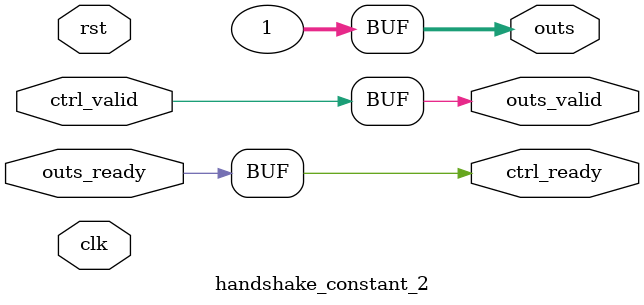
<source format=v>
`timescale 1ns / 1ps
module handshake_constant_2 #(
  parameter DATA_WIDTH = 32  // Default set to 32 bits
) (
  input                       clk,
  input                       rst,
  // Input Channel
  input                       ctrl_valid,
  output                      ctrl_ready,
  // Output Channel
  output [DATA_WIDTH - 1 : 0] outs,
  output                      outs_valid,
  input                       outs_ready
);
  assign outs       = 2'b01;
  assign outs_valid = ctrl_valid;
  assign ctrl_ready = outs_ready;

endmodule

</source>
